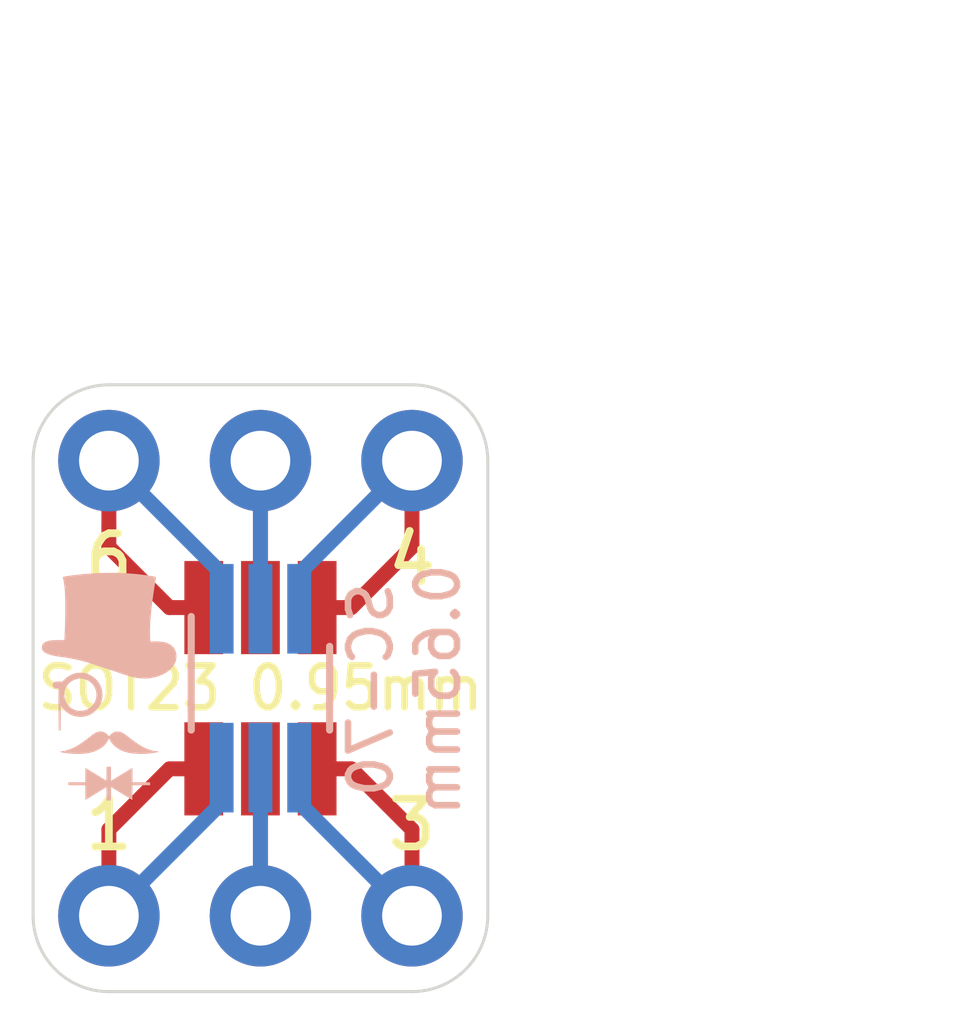
<source format=kicad_pcb>
(kicad_pcb (version 20171130) (host pcbnew "(5.1.2)-2")

  (general
    (thickness 1.6)
    (drawings 18)
    (tracks 28)
    (zones 0)
    (modules 5)
    (nets 7)
  )

  (page User 132.004 102.006)
  (title_block
    (title "SOT23 to DIP Breakout Board")
    (date 2020-02-13)
    (rev 2)
    (company SirBoard)
    (comment 1 "SOT23-6 P = 0.95mm")
    (comment 2 "SC-70 P = 0.65mm")
    (comment 3 "DIP6 P = 2.54mm")
  )

  (layers
    (0 F.Cu signal)
    (31 B.Cu signal)
    (32 B.Adhes user hide)
    (33 F.Adhes user hide)
    (34 B.Paste user hide)
    (35 F.Paste user hide)
    (36 B.SilkS user)
    (37 F.SilkS user)
    (38 B.Mask user hide)
    (39 F.Mask user hide)
    (40 Dwgs.User user)
    (41 Cmts.User user hide)
    (42 Eco1.User user hide)
    (43 Eco2.User user hide)
    (44 Edge.Cuts user)
    (45 Margin user hide)
    (46 B.CrtYd user hide)
    (47 F.CrtYd user hide)
    (48 B.Fab user hide)
    (49 F.Fab user hide)
  )

  (setup
    (last_trace_width 0.25)
    (user_trace_width 0.2)
    (trace_clearance 0.2)
    (zone_clearance 0.508)
    (zone_45_only no)
    (trace_min 0.2)
    (via_size 0.8)
    (via_drill 0.4)
    (via_min_size 0.4)
    (via_min_drill 0.3)
    (uvia_size 0.3)
    (uvia_drill 0.1)
    (uvias_allowed no)
    (uvia_min_size 0.2)
    (uvia_min_drill 0.1)
    (edge_width 0.05)
    (segment_width 0.2)
    (pcb_text_width 0.3)
    (pcb_text_size 1.5 1.5)
    (mod_edge_width 0.12)
    (mod_text_size 1 1)
    (mod_text_width 0.15)
    (pad_size 1.7 1.7)
    (pad_drill 1)
    (pad_to_mask_clearance 0)
    (solder_mask_min_width 0.1)
    (aux_axis_origin 0 0)
    (visible_elements 7FFFFFFF)
    (pcbplotparams
      (layerselection 0x010f0_ffffffff)
      (usegerberextensions false)
      (usegerberattributes false)
      (usegerberadvancedattributes false)
      (creategerberjobfile false)
      (excludeedgelayer true)
      (linewidth 0.100000)
      (plotframeref false)
      (viasonmask false)
      (mode 1)
      (useauxorigin true)
      (hpglpennumber 1)
      (hpglpenspeed 20)
      (hpglpendiameter 15.000000)
      (psnegative false)
      (psa4output false)
      (plotreference true)
      (plotvalue false)
      (plotinvisibletext false)
      (padsonsilk false)
      (subtractmaskfromsilk false)
      (outputformat 1)
      (mirror false)
      (drillshape 0)
      (scaleselection 1)
      (outputdirectory "C:/Users/elisha3/Desktop/GitHub/Gerbers/SOT6/"))
  )

  (net 0 "")
  (net 1 "Net-(J1-Pad3)")
  (net 2 "Net-(J1-Pad2)")
  (net 3 "Net-(J1-Pad1)")
  (net 4 "Net-(J2-Pad3)")
  (net 5 "Net-(J2-Pad2)")
  (net 6 "Net-(J2-Pad1)")

  (net_class Default "This is the default net class."
    (clearance 0.2)
    (trace_width 0.25)
    (via_dia 0.8)
    (via_drill 0.4)
    (uvia_dia 0.3)
    (uvia_drill 0.1)
    (add_net "Net-(J1-Pad1)")
    (add_net "Net-(J1-Pad2)")
    (add_net "Net-(J1-Pad3)")
    (add_net "Net-(J2-Pad1)")
    (add_net "Net-(J2-Pad2)")
    (add_net "Net-(J2-Pad3)")
  )

  (module Package_TO_SOT_SMD:SOT-363_SC-70-6_Handsoldering (layer B.Cu) (tedit 5A02FF57) (tstamp 5D39DCA1)
    (at 65.532 36.83 270)
    (descr "SOT-363, SC-70-6, Handsoldering")
    (tags "SOT-363 SC-70-6 Handsoldering")
    (path /5D3AAC75)
    (attr smd)
    (fp_text reference J4 (at 0 2 90) (layer B.SilkS) hide
      (effects (font (size 1 1) (thickness 0.15)) (justify mirror))
    )
    (fp_text value Conn_02x03_Counter_Clockwise (at 0 -2 270) (layer B.Fab)
      (effects (font (size 1 1) (thickness 0.15)) (justify mirror))
    )
    (fp_line (start -0.175 1.1) (end -0.675 0.6) (layer B.Fab) (width 0.1))
    (fp_line (start 0.675 -1.1) (end -0.675 -1.1) (layer B.Fab) (width 0.1))
    (fp_line (start 0.675 1.1) (end 0.675 -1.1) (layer B.Fab) (width 0.1))
    (fp_line (start -0.675 0.6) (end -0.675 -1.1) (layer B.Fab) (width 0.1))
    (fp_line (start 0.675 1.1) (end -0.175 1.1) (layer B.Fab) (width 0.1))
    (fp_line (start -2.4 1.4) (end 2.4 1.4) (layer B.CrtYd) (width 0.05))
    (fp_line (start -2.4 1.4) (end -2.4 -1.4) (layer B.CrtYd) (width 0.05))
    (fp_line (start 2.4 -1.4) (end 2.4 1.4) (layer B.CrtYd) (width 0.05))
    (fp_line (start -0.7 -1.16) (end 0.7 -1.16) (layer B.SilkS) (width 0.12))
    (fp_line (start 0.7 1.16) (end -1.2 1.16) (layer B.SilkS) (width 0.12))
    (fp_line (start -2.4 -1.4) (end 2.4 -1.4) (layer B.CrtYd) (width 0.05))
    (fp_text user %R (at 0 0 180) (layer B.Fab)
      (effects (font (size 0.5 0.5) (thickness 0.075)) (justify mirror))
    )
    (pad 6 smd rect (at 1.33 0.65 270) (size 1.5 0.4) (layers B.Cu B.Paste B.Mask)
      (net 6 "Net-(J2-Pad1)"))
    (pad 5 smd rect (at 1.33 0 270) (size 1.5 0.4) (layers B.Cu B.Paste B.Mask)
      (net 5 "Net-(J2-Pad2)"))
    (pad 4 smd rect (at 1.33 -0.65 270) (size 1.5 0.4) (layers B.Cu B.Paste B.Mask)
      (net 4 "Net-(J2-Pad3)"))
    (pad 3 smd rect (at -1.33 -0.65 270) (size 1.5 0.4) (layers B.Cu B.Paste B.Mask)
      (net 1 "Net-(J1-Pad3)"))
    (pad 2 smd rect (at -1.33 0 270) (size 1.5 0.4) (layers B.Cu B.Paste B.Mask)
      (net 2 "Net-(J1-Pad2)"))
    (pad 1 smd rect (at -1.33 0.65 270) (size 1.5 0.4) (layers B.Cu B.Paste B.Mask)
      (net 3 "Net-(J1-Pad1)"))
    (model ${KISYS3DMOD}/Package_TO_SOT_SMD.3dshapes/SOT-363_SC-70-6.wrl
      (at (xyz 0 0 0))
      (scale (xyz 1 1 1))
      (rotate (xyz 0 0 0))
    )
  )

  (module Package_TO_SOT_SMD:SOT-23-6_Handsoldering (layer F.Cu) (tedit 5D7FE689) (tstamp 5D1DCDE4)
    (at 65.532 36.83 90)
    (descr "6-pin SOT-23 package, Handsoldering")
    (tags "SOT-23-6 Handsoldering")
    (path /5D1DC7E1)
    (attr smd)
    (fp_text reference J3 (at 0 -2.9 90) (layer F.SilkS) hide
      (effects (font (size 1 1) (thickness 0.15)))
    )
    (fp_text value Conn_02x03_Counter_Clockwise (at 0 2.9 90) (layer F.Fab)
      (effects (font (size 1 1) (thickness 0.15)))
    )
    (fp_line (start 0.9 -1.55) (end 0.9 1.55) (layer F.Fab) (width 0.1))
    (fp_line (start 0.9 1.55) (end -0.9 1.55) (layer F.Fab) (width 0.1))
    (fp_line (start -0.9 -0.9) (end -0.9 1.55) (layer F.Fab) (width 0.1))
    (fp_line (start 0.9 -1.55) (end -0.25 -1.55) (layer F.Fab) (width 0.1))
    (fp_line (start -0.9 -0.9) (end -0.25 -1.55) (layer F.Fab) (width 0.1))
    (fp_line (start -2.4 -1.8) (end 2.4 -1.8) (layer F.CrtYd) (width 0.05))
    (fp_line (start 2.4 -1.8) (end 2.4 1.8) (layer F.CrtYd) (width 0.05))
    (fp_line (start 2.4 1.8) (end -2.4 1.8) (layer F.CrtYd) (width 0.05))
    (fp_line (start -2.4 1.8) (end -2.4 -1.8) (layer F.CrtYd) (width 0.05))
    (fp_text user %R (at 0 0 180) (layer F.Fab)
      (effects (font (size 0.5 0.5) (thickness 0.075)))
    )
    (pad 5 smd rect (at 1.35 0 90) (size 1.56 0.65) (layers F.Cu F.Paste F.Mask)
      (net 2 "Net-(J1-Pad2)"))
    (pad 6 smd rect (at 1.35 -0.95 90) (size 1.56 0.65) (layers F.Cu F.Paste F.Mask)
      (net 3 "Net-(J1-Pad1)"))
    (pad 4 smd rect (at 1.35 0.95 90) (size 1.56 0.65) (layers F.Cu F.Paste F.Mask)
      (net 1 "Net-(J1-Pad3)"))
    (pad 3 smd rect (at -1.35 0.95 90) (size 1.56 0.65) (layers F.Cu F.Paste F.Mask)
      (net 4 "Net-(J2-Pad3)"))
    (pad 2 smd rect (at -1.35 0 90) (size 1.56 0.65) (layers F.Cu F.Paste F.Mask)
      (net 5 "Net-(J2-Pad2)"))
    (pad 1 smd rect (at -1.35 -0.95 90) (size 1.56 0.65) (layers F.Cu F.Paste F.Mask)
      (net 6 "Net-(J2-Pad1)"))
    (model ${KISYS3DMOD}/Package_TO_SOT_SMD.3dshapes/SOT-23-6.wrl
      (at (xyz 0 0 0))
      (scale (xyz 1 1 1))
      (rotate (xyz 0 0 0))
    )
  )

  (module logo:logo38x53 (layer B.Cu) (tedit 0) (tstamp 5D39DFB0)
    (at 62.992 36.8046 180)
    (fp_text reference G*** (at 0 0 180) (layer B.SilkS) hide
      (effects (font (size 1.524 1.524) (thickness 0.3)) (justify mirror))
    )
    (fp_text value LOGO (at 0.75 0 180) (layer B.SilkS) hide
      (effects (font (size 1.524 1.524) (thickness 0.3)) (justify mirror))
    )
    (fp_poly (pts (xy 0.03556 -1.463463) (xy 0.035726 -1.496637) (xy 0.036193 -1.526026) (xy 0.036912 -1.550242)
      (xy 0.037834 -1.567896) (xy 0.038912 -1.5776) (xy 0.039602 -1.579033) (xy 0.044999 -1.575979)
      (xy 0.05768 -1.568455) (xy 0.07626 -1.557295) (xy 0.099355 -1.543329) (xy 0.12558 -1.52739)
      (xy 0.129772 -1.524836) (xy 0.164547 -1.503637) (xy 0.204212 -1.479456) (xy 0.244982 -1.454601)
      (xy 0.283071 -1.431379) (xy 0.30226 -1.419681) (xy 0.38862 -1.367029) (xy 0.389981 -1.486154)
      (xy 0.391343 -1.60528) (xy 0.67564 -1.60528) (xy 0.67564 -1.64592) (xy 0.39134 -1.64592)
      (xy 0.38862 -1.888666) (xy 0.304332 -1.837143) (xy 0.270924 -1.81672) (xy 0.232386 -1.793158)
      (xy 0.192255 -1.768619) (xy 0.154069 -1.745268) (xy 0.130755 -1.73101) (xy 0.103791 -1.714602)
      (xy 0.079807 -1.700167) (xy 0.060133 -1.688492) (xy 0.046101 -1.680366) (xy 0.039041 -1.676577)
      (xy 0.038513 -1.6764) (xy 0.037655 -1.681238) (xy 0.036895 -1.694786) (xy 0.036271 -1.715594)
      (xy 0.035822 -1.742212) (xy 0.035586 -1.77319) (xy 0.03556 -1.78816) (xy 0.03556 -1.89992)
      (xy -0.03029 -1.89992) (xy -0.031655 -1.785687) (xy -0.03302 -1.671455) (xy -0.084414 -1.703604)
      (xy -0.105139 -1.716487) (xy -0.123125 -1.727516) (xy -0.13639 -1.735486) (xy -0.142834 -1.739135)
      (xy -0.148873 -1.742599) (xy -0.162373 -1.750668) (xy -0.182143 -1.762619) (xy -0.206993 -1.777732)
      (xy -0.235731 -1.795283) (xy -0.267169 -1.81455) (xy -0.26924 -1.815822) (xy -0.38862 -1.889127)
      (xy -0.389981 -1.767523) (xy -0.391341 -1.64592) (xy -0.6858 -1.64592) (xy -0.6858 -1.60528)
      (xy -0.39116 -1.60528) (xy -0.39116 -1.4859) (xy -0.391077 -1.452291) (xy -0.390841 -1.422343)
      (xy -0.390479 -1.397459) (xy -0.390014 -1.379041) (xy -0.38947 -1.368493) (xy -0.389096 -1.36652)
      (xy -0.384257 -1.369031) (xy -0.3724 -1.375925) (xy -0.355144 -1.386239) (xy -0.334113 -1.399009)
      (xy -0.326866 -1.403448) (xy -0.300169 -1.419806) (xy -0.26825 -1.43932) (xy -0.234573 -1.459875)
      (xy -0.202602 -1.479355) (xy -0.19304 -1.485172) (xy -0.164302 -1.502671) (xy -0.134548 -1.520826)
      (xy -0.10659 -1.537921) (xy -0.083236 -1.552239) (xy -0.07493 -1.557347) (xy -0.03048 -1.584728)
      (xy -0.03048 -1.3462) (xy 0.03556 -1.3462) (xy 0.03556 -1.463463)) (layer B.SilkS) (width 0.01))
    (fp_poly (pts (xy 0.166599 -0.755905) (xy 0.189592 -0.762089) (xy 0.204203 -0.767395) (xy 0.219908 -0.774886)
      (xy 0.237784 -0.78528) (xy 0.258905 -0.799297) (xy 0.284348 -0.817657) (xy 0.315188 -0.841079)
      (xy 0.352502 -0.870283) (xy 0.358875 -0.875327) (xy 0.437308 -0.933874) (xy 0.51291 -0.982999)
      (xy 0.585595 -1.022657) (xy 0.655276 -1.052807) (xy 0.721869 -1.073404) (xy 0.771712 -1.082824)
      (xy 0.790517 -1.085485) (xy 0.802798 -1.087817) (xy 0.808033 -1.090061) (xy 0.805699 -1.092459)
      (xy 0.795273 -1.09525) (xy 0.776233 -1.098676) (xy 0.748055 -1.102977) (xy 0.71882 -1.107177)
      (xy 0.644548 -1.115637) (xy 0.570021 -1.120194) (xy 0.497361 -1.120859) (xy 0.428692 -1.117643)
      (xy 0.366137 -1.110559) (xy 0.335172 -1.105032) (xy 0.2644 -1.086545) (xy 0.20063 -1.061835)
      (xy 0.144212 -1.031133) (xy 0.095498 -0.994675) (xy 0.054838 -0.952693) (xy 0.022584 -0.90542)
      (xy 0.015727 -0.89251) (xy -0.003004 -0.855226) (xy -0.016807 -0.883543) (xy -0.047399 -0.934913)
      (xy -0.086097 -0.980228) (xy -0.132797 -1.019419) (xy -0.187398 -1.052419) (xy -0.249799 -1.079161)
      (xy -0.319895 -1.099579) (xy -0.356164 -1.107097) (xy -0.39262 -1.112355) (xy -0.43635 -1.116414)
      (xy -0.484528 -1.119169) (xy -0.534327 -1.120515) (xy -0.582922 -1.120346) (xy -0.627484 -1.118558)
      (xy -0.64008 -1.117655) (xy -0.658861 -1.115808) (xy -0.682586 -1.112987) (xy -0.70935 -1.109474)
      (xy -0.737246 -1.105553) (xy -0.764368 -1.101507) (xy -0.78881 -1.09762) (xy -0.808665 -1.094175)
      (xy -0.822026 -1.091455) (xy -0.826902 -1.089884) (xy -0.823025 -1.088745) (xy -0.811512 -1.087035)
      (xy -0.794845 -1.085122) (xy -0.794624 -1.085099) (xy -0.738782 -1.076177) (xy -0.681854 -1.06057)
      (xy -0.623202 -1.037952) (xy -0.562191 -1.007999) (xy -0.498182 -0.970386) (xy -0.430539 -0.924788)
      (xy -0.358623 -0.870879) (xy -0.3302 -0.848274) (xy -0.297567 -0.822403) (xy -0.270826 -0.802399)
      (xy -0.248383 -0.787259) (xy -0.228645 -0.775982) (xy -0.210018 -0.767564) (xy -0.191896 -0.761303)
      (xy -0.152127 -0.753996) (xy -0.114241 -0.756608) (xy -0.078736 -0.768993) (xy -0.046107 -0.791005)
      (xy -0.027367 -0.80962) (xy -0.003974 -0.836152) (xy 0.027223 -0.804981) (xy 0.050139 -0.784254)
      (xy 0.071355 -0.770212) (xy 0.08782 -0.762825) (xy 0.114875 -0.75475) (xy 0.139857 -0.752452)
      (xy 0.166599 -0.755905)) (layer B.SilkS) (width 0.01))
    (fp_poly (pts (xy 0.508885 0.228725) (xy 0.545984 0.224603) (xy 0.56042 0.22168) (xy 0.610789 0.205227)
      (xy 0.66004 0.181019) (xy 0.705491 0.150661) (xy 0.74446 0.115757) (xy 0.752941 0.106434)
      (xy 0.7747 0.081395) (xy 0.839389 0.081338) (xy 0.866081 0.081244) (xy 0.884683 0.080763)
      (xy 0.897266 0.079519) (xy 0.905901 0.07713) (xy 0.912658 0.073218) (xy 0.919608 0.067405)
      (xy 0.920669 0.066457) (xy 0.930968 0.055843) (xy 0.935852 0.045298) (xy 0.937234 0.030193)
      (xy 0.93726 0.026351) (xy 0.934111 0.004036) (xy 0.924223 -0.012333) (xy 0.906933 -0.023217)
      (xy 0.881578 -0.029074) (xy 0.855454 -0.030451) (xy 0.829528 -0.03048) (xy 0.835591 -0.05461)
      (xy 0.836896 -0.062744) (xy 0.837971 -0.076202) (xy 0.838821 -0.095551) (xy 0.839453 -0.121358)
      (xy 0.839872 -0.154192) (xy 0.840085 -0.194621) (xy 0.840096 -0.243213) (xy 0.839914 -0.300536)
      (xy 0.839542 -0.367159) (xy 0.83928 -0.40513) (xy 0.836906 -0.73152) (xy 0.812907 -0.73152)
      (xy 0.811583 -0.51181) (xy 0.81026 -0.2921) (xy 0.794225 -0.32004) (xy 0.760891 -0.368429)
      (xy 0.721116 -0.409719) (xy 0.675958 -0.443664) (xy 0.626475 -0.470019) (xy 0.573726 -0.488539)
      (xy 0.518768 -0.498978) (xy 0.462661 -0.50109) (xy 0.406463 -0.494631) (xy 0.351232 -0.479355)
      (xy 0.298027 -0.455017) (xy 0.27432 -0.440575) (xy 0.260856 -0.430343) (xy 0.243207 -0.41511)
      (xy 0.224116 -0.397306) (xy 0.212979 -0.386266) (xy 0.175149 -0.34066) (xy 0.145844 -0.289854)
      (xy 0.125378 -0.234634) (xy 0.114065 -0.175782) (xy 0.112245 -0.142227) (xy 0.203109 -0.142227)
      (xy 0.208199 -0.189431) (xy 0.22172 -0.235984) (xy 0.244019 -0.280849) (xy 0.271906 -0.318959)
      (xy 0.307115 -0.352268) (xy 0.348495 -0.378584) (xy 0.39437 -0.397362) (xy 0.443061 -0.40806)
      (xy 0.492891 -0.410133) (xy 0.53594 -0.404483) (xy 0.585828 -0.388603) (xy 0.630902 -0.364105)
      (xy 0.670386 -0.331696) (xy 0.703504 -0.292081) (xy 0.729479 -0.245965) (xy 0.74022 -0.218733)
      (xy 0.747681 -0.187539) (xy 0.751489 -0.150991) (xy 0.751554 -0.113186) (xy 0.747785 -0.078219)
      (xy 0.743735 -0.060612) (xy 0.724437 -0.012352) (xy 0.696855 0.030988) (xy 0.662048 0.068432)
      (xy 0.621078 0.099002) (xy 0.575004 0.121721) (xy 0.532344 0.134187) (xy 0.504674 0.1393)
      (xy 0.482604 0.141548) (xy 0.461991 0.140949) (xy 0.438692 0.137519) (xy 0.42418 0.134631)
      (xy 0.374338 0.119485) (xy 0.330146 0.096709) (xy 0.291952 0.067336) (xy 0.260103 0.032403)
      (xy 0.234947 -0.007056) (xy 0.21683 -0.050003) (xy 0.206102 -0.095406) (xy 0.203109 -0.142227)
      (xy 0.112245 -0.142227) (xy 0.11176 -0.133303) (xy 0.116667 -0.075132) (xy 0.130895 -0.019295)
      (xy 0.153702 0.033278) (xy 0.184346 0.081656) (xy 0.222085 0.12491) (xy 0.266178 0.162111)
      (xy 0.315881 0.192327) (xy 0.370455 0.214629) (xy 0.394747 0.221436) (xy 0.428948 0.227135)
      (xy 0.468434 0.229567) (xy 0.508885 0.228725)) (layer B.SilkS) (width 0.01))
    (fp_poly (pts (xy 0.176764 1.897837) (xy 0.343083 1.888246) (xy 0.507315 1.873075) (xy 0.667708 1.852341)
      (xy 0.69342 1.848428) (xy 0.723335 1.843817) (xy 0.744562 1.840361) (xy 0.758412 1.837431)
      (xy 0.766199 1.834399) (xy 0.769236 1.830637) (xy 0.768836 1.825515) (xy 0.766312 1.818407)
      (xy 0.764791 1.814273) (xy 0.756624 1.785249) (xy 0.749119 1.746511) (xy 0.742341 1.698488)
      (xy 0.736357 1.641608) (xy 0.73381 1.611604) (xy 0.731071 1.568192) (xy 0.728948 1.51604)
      (xy 0.727432 1.456552) (xy 0.726512 1.391129) (xy 0.726178 1.321172) (xy 0.72642 1.248083)
      (xy 0.727228 1.173264) (xy 0.728592 1.098116) (xy 0.730502 1.024043) (xy 0.732947 0.952444)
      (xy 0.735918 0.884722) (xy 0.739404 0.822279) (xy 0.739522 0.82042) (xy 0.742427 0.7747)
      (xy 0.833764 0.776386) (xy 0.896818 0.776166) (xy 0.950765 0.772953) (xy 0.996231 0.766671)
      (xy 1.03384 0.757244) (xy 1.053593 0.74974) (xy 1.081646 0.734624) (xy 1.100775 0.717175)
      (xy 1.112203 0.695561) (xy 1.117156 0.667951) (xy 1.1176 0.653947) (xy 1.117056 0.635233)
      (xy 1.114526 0.62255) (xy 1.10866 0.611787) (xy 1.100372 0.601463) (xy 1.083176 0.58463)
      (xy 1.061524 0.569558) (xy 1.034619 0.555993) (xy 1.001667 0.543684) (xy 0.96187 0.532377)
      (xy 0.914433 0.521819) (xy 0.85856 0.511758) (xy 0.793454 0.501942) (xy 0.781775 0.500329)
      (xy 0.680881 0.485055) (xy 0.585641 0.467346) (xy 0.491661 0.446281) (xy 0.394549 0.420939)
      (xy 0.37084 0.414276) (xy 0.353517 0.409102) (xy 0.327643 0.401034) (xy 0.294294 0.390426)
      (xy 0.254544 0.37763) (xy 0.20947 0.363) (xy 0.160148 0.346887) (xy 0.107654 0.329646)
      (xy 0.053063 0.311628) (xy -0.002549 0.293187) (xy -0.058106 0.274675) (xy -0.112531 0.256445)
      (xy -0.16475 0.238851) (xy -0.186689 0.231422) (xy -0.237815 0.214173) (xy -0.280741 0.199938)
      (xy -0.316837 0.188326) (xy -0.347476 0.178948) (xy -0.374029 0.171411) (xy -0.397868 0.165325)
      (xy -0.420364 0.1603) (xy -0.442889 0.155945) (xy -0.46482 0.152193) (xy -0.496099 0.148176)
      (xy -0.532792 0.145185) (xy -0.571915 0.143311) (xy -0.61048 0.142643) (xy -0.645503 0.143271)
      (xy -0.673996 0.145283) (xy -0.67818 0.145797) (xy -0.761317 0.160619) (xy -0.83668 0.181882)
      (xy -0.904399 0.209646) (xy -0.964604 0.243969) (xy -1.017428 0.284909) (xy -1.043713 0.310621)
      (xy -1.077977 0.351877) (xy -1.102786 0.393284) (xy -1.11876 0.436302) (xy -1.126518 0.482391)
      (xy -1.127512 0.508) (xy -1.123294 0.558654) (xy -1.110656 0.603627) (xy -1.089624 0.642888)
      (xy -1.060223 0.676404) (xy -1.022479 0.704145) (xy -0.976418 0.726077) (xy -0.944844 0.736423)
      (xy -0.90915 0.744283) (xy -0.866991 0.750078) (xy -0.82191 0.753514) (xy -0.777447 0.754297)
      (xy -0.74589 0.752911) (xy -0.69676 0.749113) (xy -0.693843 0.763696) (xy -0.687981 0.803753)
      (xy -0.684448 0.85307) (xy -0.683196 0.911031) (xy -0.684176 0.977019) (xy -0.687337 1.050417)
      (xy -0.692632 1.130608) (xy -0.70001 1.216976) (xy -0.709422 1.308904) (xy -0.72082 1.405774)
      (xy -0.734153 1.50697) (xy -0.749372 1.611876) (xy -0.766428 1.719874) (xy -0.773784 1.763974)
      (xy -0.778397 1.791883) (xy -0.78124 1.811366) (xy -0.782395 1.82399) (xy -0.781945 1.831317)
      (xy -0.779973 1.834912) (xy -0.777611 1.836081) (xy -0.767747 1.838256) (xy -0.749706 1.841588)
      (xy -0.725361 1.845765) (xy -0.696588 1.850477) (xy -0.665261 1.85541) (xy -0.633256 1.860253)
      (xy -0.62484 1.861491) (xy -0.474356 1.880058) (xy -0.317202 1.89296) (xy -0.15513 1.900211)
      (xy 0.01011 1.901832) (xy 0.176764 1.897837)) (layer B.SilkS) (width 0.01))
  )

  (module Connector_PinHeader_2.54mm:PinHeader_1x03_P2.54mm_Vertical (layer F.Cu) (tedit 5D398811) (tstamp 5D1DCDCE)
    (at 62.992 40.64 90)
    (descr "Through hole straight pin header, 1x03, 2.54mm pitch, single row")
    (tags "Through hole pin header THT 1x03 2.54mm single row")
    (path /5D1DD0C5)
    (fp_text reference J2 (at 0 -2.33 90) (layer F.SilkS) hide
      (effects (font (size 1 1) (thickness 0.15)))
    )
    (fp_text value Conn_01x03 (at 0 7.41 90) (layer F.Fab)
      (effects (font (size 1 1) (thickness 0.15)))
    )
    (fp_text user %R (at 0 2.54) (layer F.Fab)
      (effects (font (size 1 1) (thickness 0.15)))
    )
    (fp_line (start 1.8 -1.8) (end -1.8 -1.8) (layer F.CrtYd) (width 0.05))
    (fp_line (start 1.8 6.85) (end 1.8 -1.8) (layer F.CrtYd) (width 0.05))
    (fp_line (start -1.8 6.85) (end 1.8 6.85) (layer F.CrtYd) (width 0.05))
    (fp_line (start -1.8 -1.8) (end -1.8 6.85) (layer F.CrtYd) (width 0.05))
    (fp_line (start -1.27 -0.635) (end -0.635 -1.27) (layer F.Fab) (width 0.1))
    (fp_line (start -1.27 6.35) (end -1.27 -0.635) (layer F.Fab) (width 0.1))
    (fp_line (start 1.27 6.35) (end -1.27 6.35) (layer F.Fab) (width 0.1))
    (fp_line (start 1.27 -1.27) (end 1.27 6.35) (layer F.Fab) (width 0.1))
    (fp_line (start -0.635 -1.27) (end 1.27 -1.27) (layer F.Fab) (width 0.1))
    (pad 3 thru_hole oval (at 0 5.08 90) (size 1.7 1.7) (drill 1) (layers *.Cu *.Mask)
      (net 4 "Net-(J2-Pad3)"))
    (pad 2 thru_hole oval (at 0 2.54 90) (size 1.7 1.7) (drill 1) (layers *.Cu *.Mask)
      (net 5 "Net-(J2-Pad2)"))
    (pad 1 thru_hole circle (at 0 0 90) (size 1.7 1.7) (drill 1) (layers *.Cu *.Mask)
      (net 6 "Net-(J2-Pad1)"))
    (model ${KISYS3DMOD}/Connector_PinHeader_2.54mm.3dshapes/PinHeader_1x03_P2.54mm_Vertical.wrl
      (offset (xyz 0 0 -1.6))
      (scale (xyz 1 1 1))
      (rotate (xyz 0 180 0))
    )
  )

  (module Connector_PinHeader_2.54mm:PinHeader_1x03_P2.54mm_Vertical (layer F.Cu) (tedit 5D398804) (tstamp 5D1DCDB7)
    (at 62.992 33.02 90)
    (descr "Through hole straight pin header, 1x03, 2.54mm pitch, single row")
    (tags "Through hole pin header THT 1x03 2.54mm single row")
    (path /5D1DC59C)
    (fp_text reference J1 (at 0 -2.33 90) (layer F.SilkS) hide
      (effects (font (size 1 1) (thickness 0.15)))
    )
    (fp_text value Conn_01x03 (at 0 7.41 90) (layer F.Fab)
      (effects (font (size 1 1) (thickness 0.15)))
    )
    (fp_text user %R (at 0 2.54) (layer F.Fab)
      (effects (font (size 1 1) (thickness 0.15)))
    )
    (fp_line (start 1.8 -1.8) (end -1.8 -1.8) (layer F.CrtYd) (width 0.05))
    (fp_line (start 1.8 6.85) (end 1.8 -1.8) (layer F.CrtYd) (width 0.05))
    (fp_line (start -1.8 6.85) (end 1.8 6.85) (layer F.CrtYd) (width 0.05))
    (fp_line (start -1.8 -1.8) (end -1.8 6.85) (layer F.CrtYd) (width 0.05))
    (fp_line (start -1.27 -0.635) (end -0.635 -1.27) (layer F.Fab) (width 0.1))
    (fp_line (start -1.27 6.35) (end -1.27 -0.635) (layer F.Fab) (width 0.1))
    (fp_line (start 1.27 6.35) (end -1.27 6.35) (layer F.Fab) (width 0.1))
    (fp_line (start 1.27 -1.27) (end 1.27 6.35) (layer F.Fab) (width 0.1))
    (fp_line (start -0.635 -1.27) (end 1.27 -1.27) (layer F.Fab) (width 0.1))
    (pad 3 thru_hole oval (at 0 5.08 90) (size 1.7 1.7) (drill 1) (layers *.Cu *.Mask)
      (net 1 "Net-(J1-Pad3)"))
    (pad 2 thru_hole oval (at 0 2.54 90) (size 1.7 1.7) (drill 1) (layers *.Cu *.Mask)
      (net 2 "Net-(J1-Pad2)"))
    (pad 1 thru_hole circle (at 0 0 90) (size 1.7 1.7) (drill 1) (layers *.Cu *.Mask)
      (net 3 "Net-(J1-Pad1)"))
    (model ${KISYS3DMOD}/Connector_PinHeader_2.54mm.3dshapes/PinHeader_1x03_P2.54mm_Vertical.wrl
      (offset (xyz 0 0 -1.6))
      (scale (xyz 1 1 1))
      (rotate (xyz 0 180 0))
    )
  )

  (dimension 5.08 (width 0.15) (layer Dwgs.User)
    (gr_text "5.080 mm" (at 65.532 29.18) (layer Dwgs.User)
      (effects (font (size 1 1) (thickness 0.15)))
    )
    (feature1 (pts (xy 68.072 33.02) (xy 68.072 29.893579)))
    (feature2 (pts (xy 62.992 33.02) (xy 62.992 29.893579)))
    (crossbar (pts (xy 62.992 30.48) (xy 68.072 30.48)))
    (arrow1a (pts (xy 68.072 30.48) (xy 66.945496 31.066421)))
    (arrow1b (pts (xy 68.072 30.48) (xy 66.945496 29.893579)))
    (arrow2a (pts (xy 62.992 30.48) (xy 64.118504 31.066421)))
    (arrow2b (pts (xy 62.992 30.48) (xy 64.118504 29.893579)))
  )
  (dimension 7.62 (width 0.15) (layer Dwgs.User)
    (gr_text "7.620 mm" (at 73.055 36.83 270) (layer Dwgs.User)
      (effects (font (size 1 1) (thickness 0.15)))
    )
    (feature1 (pts (xy 68.072 40.64) (xy 72.341421 40.64)))
    (feature2 (pts (xy 68.072 33.02) (xy 72.341421 33.02)))
    (crossbar (pts (xy 71.755 33.02) (xy 71.755 40.64)))
    (arrow1a (pts (xy 71.755 40.64) (xy 71.168579 39.513496)))
    (arrow1b (pts (xy 71.755 40.64) (xy 72.341421 39.513496)))
    (arrow2a (pts (xy 71.755 33.02) (xy 71.168579 34.146504)))
    (arrow2b (pts (xy 71.755 33.02) (xy 72.341421 34.146504)))
  )
  (dimension 10.16 (width 0.15) (layer Dwgs.User)
    (gr_text "10.160 mm" (at 76.23 36.83 -90) (layer Dwgs.User)
      (effects (font (size 1 1) (thickness 0.15)))
    )
    (feature1 (pts (xy 68.072 31.75) (xy 75.516421 31.75)))
    (feature2 (pts (xy 68.072 41.91) (xy 75.516421 41.91)))
    (crossbar (pts (xy 74.93 41.91) (xy 74.93 31.75)))
    (arrow1a (pts (xy 74.93 31.75) (xy 75.516421 32.876504)))
    (arrow1b (pts (xy 74.93 31.75) (xy 74.343579 32.876504)))
    (arrow2a (pts (xy 74.93 41.91) (xy 75.516421 40.783496)))
    (arrow2b (pts (xy 74.93 41.91) (xy 74.343579 40.783496)))
  )
  (dimension 7.62 (width 0.15) (layer Dwgs.User)
    (gr_text "7.620 mm" (at 65.532 26.005) (layer Dwgs.User)
      (effects (font (size 1 1) (thickness 0.15)))
    )
    (feature1 (pts (xy 69.342 33.02) (xy 69.342 26.718579)))
    (feature2 (pts (xy 61.722 33.02) (xy 61.722 26.718579)))
    (crossbar (pts (xy 61.722 27.305) (xy 69.342 27.305)))
    (arrow1a (pts (xy 69.342 27.305) (xy 68.215496 27.891421)))
    (arrow1b (pts (xy 69.342 27.305) (xy 68.215496 26.718579)))
    (arrow2a (pts (xy 61.722 27.305) (xy 62.848504 27.891421)))
    (arrow2b (pts (xy 61.722 27.305) (xy 62.848504 26.718579)))
  )
  (gr_line (start 61.722 40.64) (end 61.722 33.02) (layer Edge.Cuts) (width 0.05) (tstamp 5E451B28))
  (gr_line (start 68.072 41.91) (end 62.992 41.91) (layer Edge.Cuts) (width 0.05) (tstamp 5E451B20))
  (gr_line (start 69.342 33.02) (end 69.342 40.64) (layer Edge.Cuts) (width 0.05) (tstamp 5E451B1E))
  (gr_line (start 62.992 31.75) (end 68.072 31.75) (layer Edge.Cuts) (width 0.05) (tstamp 5E451B1B))
  (gr_arc (start 62.992 33.02) (end 62.992 31.75) (angle -90) (layer Edge.Cuts) (width 0.05))
  (gr_arc (start 68.072 33.02) (end 69.342 33.02) (angle -90) (layer Edge.Cuts) (width 0.05))
  (gr_arc (start 68.072 40.64) (end 68.072 41.91) (angle -90) (layer Edge.Cuts) (width 0.05))
  (gr_arc (start 62.992 40.64) (end 61.722 40.64) (angle -90) (layer Edge.Cuts) (width 0.05))
  (gr_text 6 (at 62.992 34.671) (layer F.SilkS) (tstamp 5D4B4CFA)
    (effects (font (size 0.8 0.8) (thickness 0.13)))
  )
  (gr_text 4 (at 68.072 34.671) (layer F.SilkS) (tstamp 5D4B4CF7)
    (effects (font (size 0.8 0.8) (thickness 0.13)))
  )
  (gr_text 3 (at 68.072 39.116) (layer F.SilkS) (tstamp 5D4B4CF4)
    (effects (font (size 0.8 0.8) (thickness 0.13)))
  )
  (gr_text 1 (at 62.992 39.116) (layer F.SilkS)
    (effects (font (size 0.8 0.8) (thickness 0.13)))
  )
  (gr_text "SC-70\n0.65mm" (at 67.945 36.8554 90) (layer B.SilkS) (tstamp 5D39DFC6)
    (effects (font (size 0.7 0.7) (thickness 0.11)) (justify mirror))
  )
  (gr_text "SOT23 0.95mm" (at 65.532 36.83) (layer F.SilkS)
    (effects (font (size 0.7 0.65) (thickness 0.11)))
  )

  (segment (start 68.072 34.222081) (end 68.072 33.02) (width 0.25) (layer F.Cu) (net 1))
  (segment (start 68.072 34.465) (end 68.072 34.222081) (width 0.25) (layer F.Cu) (net 1))
  (segment (start 67.057 35.48) (end 68.072 34.465) (width 0.25) (layer F.Cu) (net 1))
  (segment (start 66.482 35.48) (end 67.057 35.48) (width 0.25) (layer F.Cu) (net 1))
  (segment (start 66.182 34.91) (end 68.072 33.02) (width 0.25) (layer B.Cu) (net 1) (tstamp 5D39DFE6))
  (segment (start 66.182 35.88) (end 66.182 34.91) (width 0.25) (layer B.Cu) (net 1) (tstamp 5D39DFE7))
  (segment (start 65.532 35.48) (end 65.532 33.02) (width 0.25) (layer F.Cu) (net 2))
  (segment (start 65.532 35.88) (end 65.532 33.02) (width 0.25) (layer B.Cu) (net 2))
  (segment (start 62.992 34.12) (end 62.992 33.02) (width 0.25) (layer F.Cu) (net 3))
  (segment (start 62.992 34.465) (end 62.992 34.12) (width 0.25) (layer F.Cu) (net 3))
  (segment (start 64.007 35.48) (end 62.992 34.465) (width 0.25) (layer F.Cu) (net 3))
  (segment (start 64.582 35.48) (end 64.007 35.48) (width 0.25) (layer F.Cu) (net 3))
  (segment (start 64.882 34.91) (end 62.992 33.02) (width 0.25) (layer B.Cu) (net 3))
  (segment (start 64.882 35.88) (end 64.882 34.91) (width 0.25) (layer B.Cu) (net 3))
  (segment (start 68.072 39.437919) (end 68.072 40.64) (width 0.25) (layer F.Cu) (net 4))
  (segment (start 68.072 39.195) (end 68.072 39.437919) (width 0.25) (layer F.Cu) (net 4))
  (segment (start 67.057 38.18) (end 68.072 39.195) (width 0.25) (layer F.Cu) (net 4))
  (segment (start 66.482 38.18) (end 67.057 38.18) (width 0.25) (layer F.Cu) (net 4))
  (segment (start 66.182 38.75) (end 68.072 40.64) (width 0.25) (layer B.Cu) (net 4))
  (segment (start 66.182 37.78) (end 66.182 38.75) (width 0.25) (layer B.Cu) (net 4))
  (segment (start 65.532 38.18) (end 65.532 40.64) (width 0.25) (layer F.Cu) (net 5))
  (segment (start 65.532 37.78) (end 65.532 40.64) (width 0.25) (layer B.Cu) (net 5))
  (segment (start 62.992 39.54) (end 62.992 40.64) (width 0.25) (layer F.Cu) (net 6))
  (segment (start 62.992 39.195) (end 62.992 39.54) (width 0.25) (layer F.Cu) (net 6))
  (segment (start 64.007 38.18) (end 62.992 39.195) (width 0.25) (layer F.Cu) (net 6))
  (segment (start 64.582 38.18) (end 64.007 38.18) (width 0.25) (layer F.Cu) (net 6))
  (segment (start 64.882 38.75) (end 62.992 40.64) (width 0.25) (layer B.Cu) (net 6))
  (segment (start 64.882 37.78) (end 64.882 38.75) (width 0.25) (layer B.Cu) (net 6))

)

</source>
